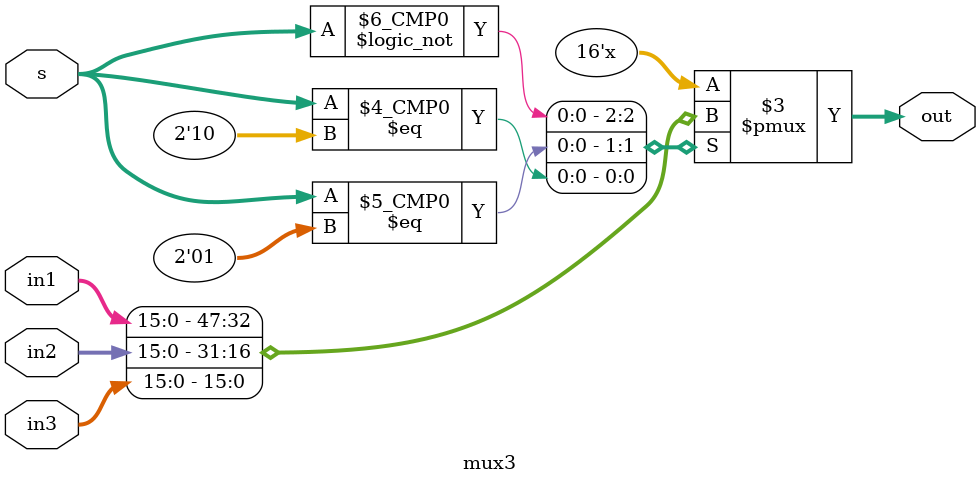
<source format=v>
module mux3(input [15:0] in1,in2, in3,
			input [1:0] s,
			output reg [15:0] out);
	
	always@(*)
		case (s)
			2'b 00: out = in1;
			2'b 01: out = in2;
			2'b 10: out = in3;
			
			default: out = out;
		endcase
endmodule
// ACTION LOG
// ACTION     DATE     USER     NOTES
//------------------------------------
// COMPILE01  4-18-01  PAYNE    NONE
//
//-------------------------------------

</source>
